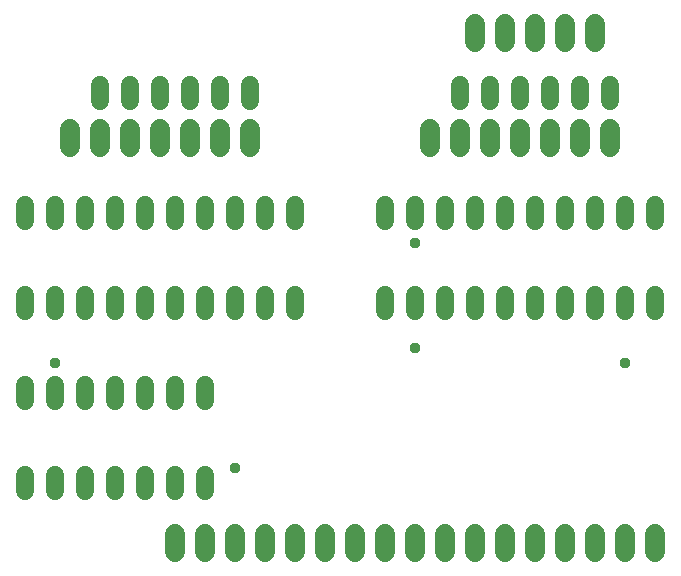
<source format=gbr>
G04 EAGLE Gerber RS-274X export*
G75*
%MOMM*%
%FSLAX34Y34*%
%LPD*%
%INSoldermask Top*%
%IPPOS*%
%AMOC8*
5,1,8,0,0,1.08239X$1,22.5*%
G01*
%ADD10C,1.524000*%
%ADD11C,1.727200*%
%ADD12C,0.959600*%


D10*
X88900Y425196D02*
X88900Y438404D01*
X114300Y438404D02*
X114300Y425196D01*
X139700Y425196D02*
X139700Y438404D01*
X165100Y438404D02*
X165100Y425196D01*
X190500Y425196D02*
X190500Y438404D01*
X215900Y438404D02*
X215900Y425196D01*
X393700Y425196D02*
X393700Y438404D01*
X419100Y438404D02*
X419100Y425196D01*
X444500Y425196D02*
X444500Y438404D01*
X469900Y438404D02*
X469900Y425196D01*
X495300Y425196D02*
X495300Y438404D01*
X520700Y438404D02*
X520700Y425196D01*
X558800Y336804D02*
X558800Y323596D01*
X533400Y323596D02*
X533400Y336804D01*
X406400Y336804D02*
X406400Y323596D01*
X381000Y323596D02*
X381000Y336804D01*
X508000Y336804D02*
X508000Y323596D01*
X482600Y323596D02*
X482600Y336804D01*
X431800Y336804D02*
X431800Y323596D01*
X457200Y323596D02*
X457200Y336804D01*
X355600Y336804D02*
X355600Y323596D01*
X330200Y323596D02*
X330200Y336804D01*
X330200Y260604D02*
X330200Y247396D01*
X355600Y247396D02*
X355600Y260604D01*
X381000Y260604D02*
X381000Y247396D01*
X406400Y247396D02*
X406400Y260604D01*
X431800Y260604D02*
X431800Y247396D01*
X457200Y247396D02*
X457200Y260604D01*
X482600Y260604D02*
X482600Y247396D01*
X508000Y247396D02*
X508000Y260604D01*
X533400Y260604D02*
X533400Y247396D01*
X558800Y247396D02*
X558800Y260604D01*
X177800Y184404D02*
X177800Y171196D01*
X152400Y171196D02*
X152400Y184404D01*
X25400Y184404D02*
X25400Y171196D01*
X25400Y108204D02*
X25400Y94996D01*
X127000Y171196D02*
X127000Y184404D01*
X101600Y184404D02*
X101600Y171196D01*
X50800Y171196D02*
X50800Y184404D01*
X76200Y184404D02*
X76200Y171196D01*
X50800Y108204D02*
X50800Y94996D01*
X76200Y94996D02*
X76200Y108204D01*
X101600Y108204D02*
X101600Y94996D01*
X127000Y94996D02*
X127000Y108204D01*
X152400Y108204D02*
X152400Y94996D01*
X177800Y94996D02*
X177800Y108204D01*
X254000Y323596D02*
X254000Y336804D01*
X228600Y336804D02*
X228600Y323596D01*
X101600Y323596D02*
X101600Y336804D01*
X76200Y336804D02*
X76200Y323596D01*
X203200Y323596D02*
X203200Y336804D01*
X177800Y336804D02*
X177800Y323596D01*
X127000Y323596D02*
X127000Y336804D01*
X152400Y336804D02*
X152400Y323596D01*
X50800Y323596D02*
X50800Y336804D01*
X25400Y336804D02*
X25400Y323596D01*
X25400Y260604D02*
X25400Y247396D01*
X50800Y247396D02*
X50800Y260604D01*
X76200Y260604D02*
X76200Y247396D01*
X101600Y247396D02*
X101600Y260604D01*
X127000Y260604D02*
X127000Y247396D01*
X152400Y247396D02*
X152400Y260604D01*
X177800Y260604D02*
X177800Y247396D01*
X203200Y247396D02*
X203200Y260604D01*
X228600Y260604D02*
X228600Y247396D01*
X254000Y247396D02*
X254000Y260604D01*
D11*
X152400Y58420D02*
X152400Y43180D01*
X177800Y43180D02*
X177800Y58420D01*
X203200Y58420D02*
X203200Y43180D01*
X228600Y43180D02*
X228600Y58420D01*
X254000Y58420D02*
X254000Y43180D01*
X279400Y43180D02*
X279400Y58420D01*
X304800Y58420D02*
X304800Y43180D01*
X330200Y43180D02*
X330200Y58420D01*
X355600Y58420D02*
X355600Y43180D01*
X381000Y43180D02*
X381000Y58420D01*
X406400Y58420D02*
X406400Y43180D01*
X431800Y43180D02*
X431800Y58420D01*
X457200Y58420D02*
X457200Y43180D01*
X482600Y43180D02*
X482600Y58420D01*
X508000Y58420D02*
X508000Y43180D01*
X533400Y43180D02*
X533400Y58420D01*
X558800Y58420D02*
X558800Y43180D01*
X406400Y474980D02*
X406400Y490220D01*
X431800Y490220D02*
X431800Y474980D01*
X457200Y474980D02*
X457200Y490220D01*
X482600Y490220D02*
X482600Y474980D01*
X508000Y474980D02*
X508000Y490220D01*
X368300Y401320D02*
X368300Y386080D01*
X393700Y386080D02*
X393700Y401320D01*
X419100Y401320D02*
X419100Y386080D01*
X444500Y386080D02*
X444500Y401320D01*
X469900Y401320D02*
X469900Y386080D01*
X495300Y386080D02*
X495300Y401320D01*
X520700Y401320D02*
X520700Y386080D01*
X63500Y386080D02*
X63500Y401320D01*
X88900Y401320D02*
X88900Y386080D01*
X114300Y386080D02*
X114300Y401320D01*
X139700Y401320D02*
X139700Y386080D01*
X165100Y386080D02*
X165100Y401320D01*
X190500Y401320D02*
X190500Y386080D01*
X215900Y386080D02*
X215900Y401320D01*
D12*
X203200Y114300D03*
X50800Y203200D03*
X533400Y203200D03*
X355600Y215900D03*
X355600Y304800D03*
M02*

</source>
